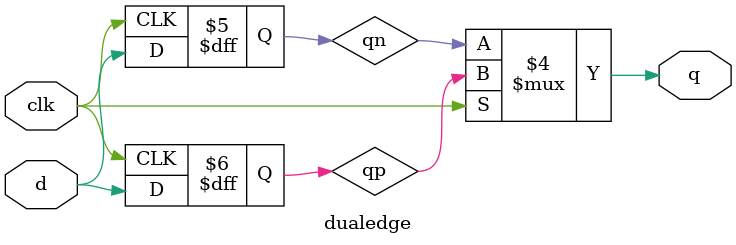
<source format=v>
module dualedge(
	input clk,
	input d,
	output reg q);
 	
	/*always @(posedge clk, negedge clk) begin
		q <= d;
	end*/

	reg qp, qn;
    always @(posedge clk)
        qp <= d;
    always @(negedge clk)
        qn <= d;
    // assign q = clk ? qp : qn;  // This causes q to change too early when clk changes. Need delay by delta cycle
    always @(*)
        q <= clk ? qp : qn;
endmodule
</source>
